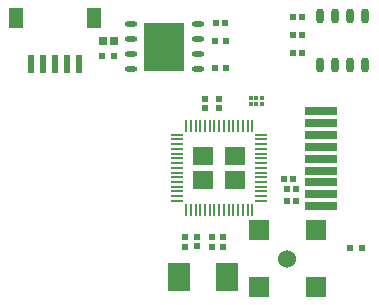
<source format=gtp>
G04*
G04 #@! TF.GenerationSoftware,Altium Limited,Altium Designer,24.8.2 (39)*
G04*
G04 Layer_Color=8421504*
%FSLAX44Y44*%
%MOMM*%
G71*
G04*
G04 #@! TF.SameCoordinates,B24E7647-DC98-4454-BF0C-B73D814473A7*
G04*
G04*
G04 #@! TF.FilePolarity,Positive*
G04*
G01*
G75*
%ADD14R,1.7500X1.5000*%
%ADD15R,1.7500X1.5000*%
%ADD16R,0.3000X0.4000*%
%ADD17O,0.7600X1.2700*%
%ADD18R,1.7780X1.7780*%
%ADD19C,1.5240*%
%ADD20R,0.5200X0.5200*%
%ADD21R,2.7800X0.8000*%
%ADD22R,1.9000X2.4000*%
%ADD23R,0.2000X1.1000*%
%ADD24R,1.1000X0.2000*%
G04:AMPARAMS|DCode=25|XSize=1.05mm|YSize=0.45mm|CornerRadius=0.225mm|HoleSize=0mm|Usage=FLASHONLY|Rotation=0.000|XOffset=0mm|YOffset=0mm|HoleType=Round|Shape=RoundedRectangle|*
%AMROUNDEDRECTD25*
21,1,1.0500,0.0000,0,0,0.0*
21,1,0.6000,0.4500,0,0,0.0*
1,1,0.4500,0.3000,0.0000*
1,1,0.4500,-0.3000,0.0000*
1,1,0.4500,-0.3000,0.0000*
1,1,0.4500,0.3000,0.0000*
%
%ADD25ROUNDEDRECTD25*%
%ADD26R,3.5000X4.1000*%
%ADD27R,0.6000X1.5500*%
%ADD28R,1.2000X1.8000*%
%ADD29R,0.5811X0.4725*%
%ADD30R,0.5000X0.6000*%
%ADD31R,0.5153X0.4725*%
%ADD32R,0.4725X0.5153*%
%ADD33R,0.7000X0.6500*%
%ADD34R,0.5725X0.6153*%
%ADD35R,0.5000X0.5500*%
D14*
X805210Y642720D02*
D03*
Y662720D02*
D03*
D15*
X832710Y642720D02*
D03*
Y662720D02*
D03*
D16*
X855500Y706520D02*
D03*
X850500D02*
D03*
X845500D02*
D03*
Y712020D02*
D03*
X850500D02*
D03*
X855500D02*
D03*
D17*
X917300Y781000D02*
D03*
X904600D02*
D03*
X917300Y740000D02*
D03*
X904600D02*
D03*
X930000Y740000D02*
D03*
X942700D02*
D03*
Y781000D02*
D03*
X930000D02*
D03*
D18*
X852555Y599839D02*
D03*
X900815D02*
D03*
X852555Y551579D02*
D03*
X900815D02*
D03*
D19*
X876685Y575709D02*
D03*
D20*
X790000Y594000D02*
D03*
Y586000D02*
D03*
X822500D02*
D03*
Y594000D02*
D03*
D21*
X905050Y700400D02*
D03*
Y620400D02*
D03*
Y690400D02*
D03*
Y680400D02*
D03*
Y670400D02*
D03*
Y660400D02*
D03*
Y650400D02*
D03*
Y640400D02*
D03*
Y630400D02*
D03*
D22*
X784500Y560000D02*
D03*
X825500D02*
D03*
D23*
X790960Y688220D02*
D03*
X794960D02*
D03*
X798960D02*
D03*
X802960D02*
D03*
X806960D02*
D03*
X810960D02*
D03*
X814960D02*
D03*
X818960D02*
D03*
X822960D02*
D03*
X826960D02*
D03*
X830960D02*
D03*
X834960D02*
D03*
X838960D02*
D03*
X842960D02*
D03*
X846960D02*
D03*
Y617220D02*
D03*
X842960D02*
D03*
X838960D02*
D03*
X834960D02*
D03*
X830960D02*
D03*
X826960D02*
D03*
X822960D02*
D03*
X818960D02*
D03*
X814960D02*
D03*
X810960D02*
D03*
X806960D02*
D03*
X802960D02*
D03*
X798960D02*
D03*
X794960D02*
D03*
X790960D02*
D03*
D24*
X854460Y680720D02*
D03*
Y676720D02*
D03*
Y672720D02*
D03*
Y668720D02*
D03*
Y664720D02*
D03*
Y660720D02*
D03*
Y656720D02*
D03*
Y652720D02*
D03*
Y648720D02*
D03*
Y644720D02*
D03*
Y640720D02*
D03*
Y636720D02*
D03*
Y632720D02*
D03*
Y628720D02*
D03*
Y624720D02*
D03*
X783460D02*
D03*
Y628720D02*
D03*
Y632720D02*
D03*
Y636720D02*
D03*
Y640720D02*
D03*
Y644720D02*
D03*
Y648720D02*
D03*
Y652720D02*
D03*
Y656720D02*
D03*
Y660720D02*
D03*
Y664720D02*
D03*
Y668720D02*
D03*
Y672720D02*
D03*
Y676720D02*
D03*
Y680720D02*
D03*
D25*
X744000Y774050D02*
D03*
Y761350D02*
D03*
Y748650D02*
D03*
Y735950D02*
D03*
X801000D02*
D03*
Y748650D02*
D03*
Y761350D02*
D03*
Y774050D02*
D03*
D26*
X772500Y755000D02*
D03*
D27*
X660000Y740625D02*
D03*
X670000D02*
D03*
X680000D02*
D03*
X700000D02*
D03*
X690000D02*
D03*
D28*
X647000Y779375D02*
D03*
X713000D02*
D03*
D29*
X888655Y780000D02*
D03*
X881345D02*
D03*
Y750000D02*
D03*
X888655D02*
D03*
X881345Y765000D02*
D03*
X888655D02*
D03*
D30*
X815000Y737500D02*
D03*
X825000D02*
D03*
X815000Y760000D02*
D03*
X825000D02*
D03*
X730000Y747500D02*
D03*
X720000D02*
D03*
X940000Y585000D02*
D03*
X930000D02*
D03*
D31*
X881176Y643429D02*
D03*
X873604D02*
D03*
X823786Y775000D02*
D03*
X816214D02*
D03*
X876214Y635000D02*
D03*
X883786D02*
D03*
X876214Y625000D02*
D03*
X883786D02*
D03*
D32*
X807127Y703149D02*
D03*
Y710721D02*
D03*
X818960Y710639D02*
D03*
Y703068D02*
D03*
D33*
X720250Y760000D02*
D03*
X729750D02*
D03*
D34*
X812500Y594286D02*
D03*
Y585714D02*
D03*
D35*
X800000Y586250D02*
D03*
Y593750D02*
D03*
M02*

</source>
